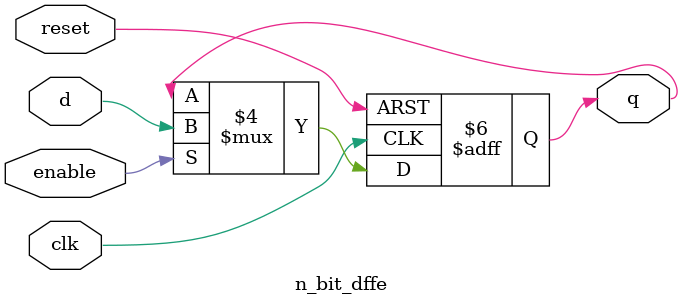
<source format=v>
module n_bit_dffe(q, d, clk, enable, reset);
   
    parameter
        width = 1,
        reset_value = 0;

    output reg [(width - 1):0] q;
    input      [(width - 1):0]  d;
    input      clk, enable, reset;


    always@(posedge clk or posedge reset)
    begin
        if (reset == 1'b1)
        begin
            q <= reset_value;
        end
        else if (enable == 1'b1)
        begin
            q <= d;
        end
    end
endmodule // dffe

</source>
